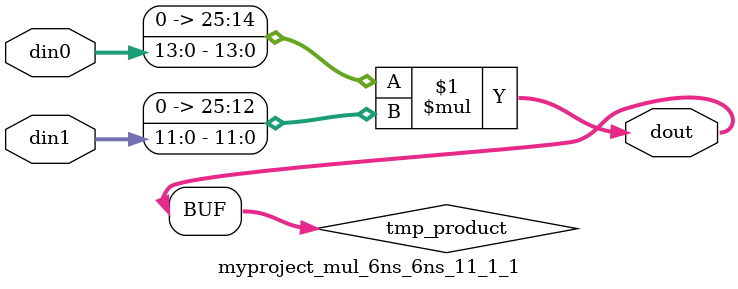
<source format=v>

`timescale 1 ns / 1 ps

 module myproject_mul_6ns_6ns_11_1_1(din0, din1, dout);
parameter ID = 1;
parameter NUM_STAGE = 0;
parameter din0_WIDTH = 14;
parameter din1_WIDTH = 12;
parameter dout_WIDTH = 26;

input [din0_WIDTH - 1 : 0] din0; 
input [din1_WIDTH - 1 : 0] din1; 
output [dout_WIDTH - 1 : 0] dout;

wire signed [dout_WIDTH - 1 : 0] tmp_product;
























assign tmp_product = $signed({1'b0, din0}) * $signed({1'b0, din1});











assign dout = tmp_product;





















endmodule

</source>
